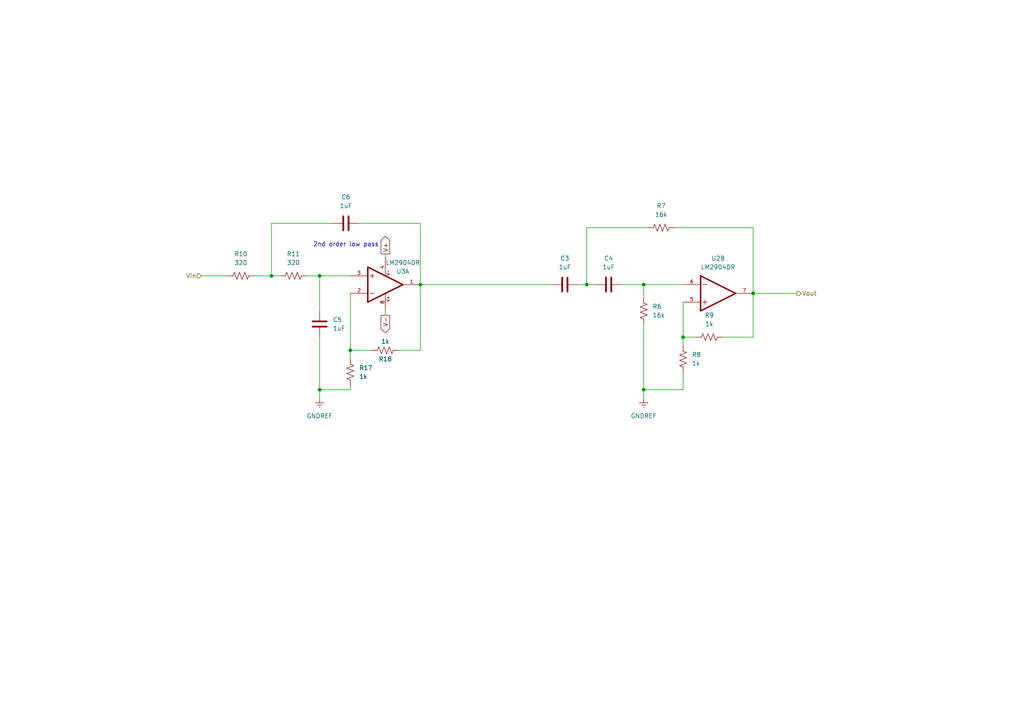
<source format=kicad_sch>
(kicad_sch (version 20230121) (generator eeschema)

  (uuid 35413330-118a-4540-bedd-090a3b3d410d)

  (paper "A4")

  (lib_symbols
    (symbol "Device:C" (pin_numbers hide) (pin_names (offset 0.254)) (in_bom yes) (on_board yes)
      (property "Reference" "C" (at 0.635 2.54 0)
        (effects (font (size 1.27 1.27)) (justify left))
      )
      (property "Value" "C" (at 0.635 -2.54 0)
        (effects (font (size 1.27 1.27)) (justify left))
      )
      (property "Footprint" "" (at 0.9652 -3.81 0)
        (effects (font (size 1.27 1.27)) hide)
      )
      (property "Datasheet" "~" (at 0 0 0)
        (effects (font (size 1.27 1.27)) hide)
      )
      (property "ki_keywords" "cap capacitor" (at 0 0 0)
        (effects (font (size 1.27 1.27)) hide)
      )
      (property "ki_description" "Unpolarized capacitor" (at 0 0 0)
        (effects (font (size 1.27 1.27)) hide)
      )
      (property "ki_fp_filters" "C_*" (at 0 0 0)
        (effects (font (size 1.27 1.27)) hide)
      )
      (symbol "C_0_1"
        (polyline
          (pts
            (xy -2.032 -0.762)
            (xy 2.032 -0.762)
          )
          (stroke (width 0.508) (type default))
          (fill (type none))
        )
        (polyline
          (pts
            (xy -2.032 0.762)
            (xy 2.032 0.762)
          )
          (stroke (width 0.508) (type default))
          (fill (type none))
        )
      )
      (symbol "C_1_1"
        (pin passive line (at 0 3.81 270) (length 2.794)
          (name "~" (effects (font (size 1.27 1.27))))
          (number "1" (effects (font (size 1.27 1.27))))
        )
        (pin passive line (at 0 -3.81 90) (length 2.794)
          (name "~" (effects (font (size 1.27 1.27))))
          (number "2" (effects (font (size 1.27 1.27))))
        )
      )
    )
    (symbol "Device:R_US" (pin_numbers hide) (pin_names (offset 0)) (in_bom yes) (on_board yes)
      (property "Reference" "R" (at 2.54 0 90)
        (effects (font (size 1.27 1.27)))
      )
      (property "Value" "R_US" (at -2.54 0 90)
        (effects (font (size 1.27 1.27)))
      )
      (property "Footprint" "" (at 1.016 -0.254 90)
        (effects (font (size 1.27 1.27)) hide)
      )
      (property "Datasheet" "~" (at 0 0 0)
        (effects (font (size 1.27 1.27)) hide)
      )
      (property "ki_keywords" "R res resistor" (at 0 0 0)
        (effects (font (size 1.27 1.27)) hide)
      )
      (property "ki_description" "Resistor, US symbol" (at 0 0 0)
        (effects (font (size 1.27 1.27)) hide)
      )
      (property "ki_fp_filters" "R_*" (at 0 0 0)
        (effects (font (size 1.27 1.27)) hide)
      )
      (symbol "R_US_0_1"
        (polyline
          (pts
            (xy 0 -2.286)
            (xy 0 -2.54)
          )
          (stroke (width 0) (type default))
          (fill (type none))
        )
        (polyline
          (pts
            (xy 0 2.286)
            (xy 0 2.54)
          )
          (stroke (width 0) (type default))
          (fill (type none))
        )
        (polyline
          (pts
            (xy 0 -0.762)
            (xy 1.016 -1.143)
            (xy 0 -1.524)
            (xy -1.016 -1.905)
            (xy 0 -2.286)
          )
          (stroke (width 0) (type default))
          (fill (type none))
        )
        (polyline
          (pts
            (xy 0 0.762)
            (xy 1.016 0.381)
            (xy 0 0)
            (xy -1.016 -0.381)
            (xy 0 -0.762)
          )
          (stroke (width 0) (type default))
          (fill (type none))
        )
        (polyline
          (pts
            (xy 0 2.286)
            (xy 1.016 1.905)
            (xy 0 1.524)
            (xy -1.016 1.143)
            (xy 0 0.762)
          )
          (stroke (width 0) (type default))
          (fill (type none))
        )
      )
      (symbol "R_US_1_1"
        (pin passive line (at 0 3.81 270) (length 1.27)
          (name "~" (effects (font (size 1.27 1.27))))
          (number "1" (effects (font (size 1.27 1.27))))
        )
        (pin passive line (at 0 -3.81 90) (length 1.27)
          (name "~" (effects (font (size 1.27 1.27))))
          (number "2" (effects (font (size 1.27 1.27))))
        )
      )
    )
    (symbol "Digikey2:LM2904DR" (pin_names (offset 1.016)) (in_bom yes) (on_board yes)
      (property "Reference" "U" (at 2.54 3.175 0)
        (effects (font (size 1.27 1.27)) (justify left bottom))
      )
      (property "Value" "LM2904DR" (at 2.54 -5.08 0)
        (effects (font (size 1.27 1.27)) (justify left bottom))
      )
      (property "Footprint" "LM2904DR:SOIC127P599X175-8N" (at 0 0 0)
        (effects (font (size 1.27 1.27)) (justify bottom) hide)
      )
      (property "Datasheet" "" (at 0 0 0)
        (effects (font (size 1.27 1.27)) hide)
      )
      (property "PARTREV" "U" (at 0 0 0)
        (effects (font (size 1.27 1.27)) (justify bottom) hide)
      )
      (property "STANDARD" "IPC-7351B" (at 0 0 0)
        (effects (font (size 1.27 1.27)) (justify bottom) hide)
      )
      (property "MAXIMUM_PACKAGE_HEIGHT" "1.75mm" (at 0 0 0)
        (effects (font (size 1.27 1.27)) (justify bottom) hide)
      )
      (property "MANUFACTURER" "Texas Instruments" (at 0 0 0)
        (effects (font (size 1.27 1.27)) (justify bottom) hide)
      )
      (symbol "LM2904DR_1_0"
        (polyline
          (pts
            (xy -5.08 -5.08)
            (xy 5.08 0)
          )
          (stroke (width 0.4064) (type default))
          (fill (type none))
        )
        (polyline
          (pts
            (xy -5.08 5.08)
            (xy -5.08 -5.08)
          )
          (stroke (width 0.4064) (type default))
          (fill (type none))
        )
        (polyline
          (pts
            (xy -4.445 -2.54)
            (xy -3.175 -2.54)
          )
          (stroke (width 0.1524) (type default))
          (fill (type none))
        )
        (polyline
          (pts
            (xy -4.445 2.54)
            (xy -3.175 2.54)
          )
          (stroke (width 0.1524) (type default))
          (fill (type none))
        )
        (polyline
          (pts
            (xy -3.81 -1.905)
            (xy -3.81 -3.175)
          )
          (stroke (width 0.1524) (type default))
          (fill (type none))
        )
        (polyline
          (pts
            (xy 5.08 0)
            (xy -5.08 5.08)
          )
          (stroke (width 0.4064) (type default))
          (fill (type none))
        )
        (text "V+" (at 1.27 3.175 900)
          (effects (font (size 0.8128 0.8128)) (justify left bottom))
        )
        (text "V-" (at 1.27 -4.445 900)
          (effects (font (size 0.8128 0.8128)) (justify left bottom))
        )
        (pin output line (at 10.16 0 180) (length 5.08)
          (name "~" (effects (font (size 1.016 1.016))))
          (number "1" (effects (font (size 1.016 1.016))))
        )
        (pin input line (at -10.16 2.54 0) (length 5.08)
          (name "~" (effects (font (size 1.016 1.016))))
          (number "2" (effects (font (size 1.016 1.016))))
        )
        (pin input line (at -10.16 -2.54 0) (length 5.08)
          (name "~" (effects (font (size 1.016 1.016))))
          (number "3" (effects (font (size 1.016 1.016))))
        )
        (pin power_in line (at 0 -7.62 90) (length 5.08)
          (name "~" (effects (font (size 1.016 1.016))))
          (number "4" (effects (font (size 1.016 1.016))))
        )
        (pin power_in line (at 0 7.62 270) (length 5.08)
          (name "~" (effects (font (size 1.016 1.016))))
          (number "8" (effects (font (size 1.016 1.016))))
        )
      )
      (symbol "LM2904DR_2_0"
        (polyline
          (pts
            (xy -5.08 -5.08)
            (xy 5.08 0)
          )
          (stroke (width 0.4064) (type default))
          (fill (type none))
        )
        (polyline
          (pts
            (xy -5.08 5.08)
            (xy -5.08 -5.08)
          )
          (stroke (width 0.4064) (type default))
          (fill (type none))
        )
        (polyline
          (pts
            (xy -4.445 -2.54)
            (xy -3.175 -2.54)
          )
          (stroke (width 0.1524) (type default))
          (fill (type none))
        )
        (polyline
          (pts
            (xy -4.445 2.54)
            (xy -3.175 2.54)
          )
          (stroke (width 0.1524) (type default))
          (fill (type none))
        )
        (polyline
          (pts
            (xy -3.81 -1.905)
            (xy -3.81 -3.175)
          )
          (stroke (width 0.1524) (type default))
          (fill (type none))
        )
        (polyline
          (pts
            (xy 5.08 0)
            (xy -5.08 5.08)
          )
          (stroke (width 0.4064) (type default))
          (fill (type none))
        )
        (pin input line (at -10.16 -2.54 0) (length 5.08)
          (name "~" (effects (font (size 1.016 1.016))))
          (number "5" (effects (font (size 1.016 1.016))))
        )
        (pin input line (at -10.16 2.54 0) (length 5.08)
          (name "~" (effects (font (size 1.016 1.016))))
          (number "6" (effects (font (size 1.016 1.016))))
        )
        (pin output line (at 10.16 0 180) (length 5.08)
          (name "~" (effects (font (size 1.016 1.016))))
          (number "7" (effects (font (size 1.016 1.016))))
        )
      )
    )
    (symbol "power:GNDREF" (power) (pin_names (offset 0)) (in_bom yes) (on_board yes)
      (property "Reference" "#PWR" (at 0 -6.35 0)
        (effects (font (size 1.27 1.27)) hide)
      )
      (property "Value" "GNDREF" (at 0 -3.81 0)
        (effects (font (size 1.27 1.27)))
      )
      (property "Footprint" "" (at 0 0 0)
        (effects (font (size 1.27 1.27)) hide)
      )
      (property "Datasheet" "" (at 0 0 0)
        (effects (font (size 1.27 1.27)) hide)
      )
      (property "ki_keywords" "global power" (at 0 0 0)
        (effects (font (size 1.27 1.27)) hide)
      )
      (property "ki_description" "Power symbol creates a global label with name \"GNDREF\" , reference supply ground" (at 0 0 0)
        (effects (font (size 1.27 1.27)) hide)
      )
      (symbol "GNDREF_0_1"
        (polyline
          (pts
            (xy -0.635 -1.905)
            (xy 0.635 -1.905)
          )
          (stroke (width 0) (type default))
          (fill (type none))
        )
        (polyline
          (pts
            (xy -0.127 -2.54)
            (xy 0.127 -2.54)
          )
          (stroke (width 0) (type default))
          (fill (type none))
        )
        (polyline
          (pts
            (xy 0 -1.27)
            (xy 0 0)
          )
          (stroke (width 0) (type default))
          (fill (type none))
        )
        (polyline
          (pts
            (xy 1.27 -1.27)
            (xy -1.27 -1.27)
          )
          (stroke (width 0) (type default))
          (fill (type none))
        )
      )
      (symbol "GNDREF_1_1"
        (pin power_in line (at 0 0 270) (length 0) hide
          (name "GNDREF" (effects (font (size 1.27 1.27))))
          (number "1" (effects (font (size 1.27 1.27))))
        )
      )
    )
  )

  (junction (at 101.6 101.6) (diameter 0) (color 0 0 0 0)
    (uuid 086b7357-92a8-4051-af5d-7ce3bd21e8a6)
  )
  (junction (at 218.44 85.09) (diameter 0) (color 0 0 0 0)
    (uuid 444b8de8-1a6c-4dd2-b18f-6db63cb46143)
  )
  (junction (at 121.92 82.55) (diameter 0) (color 0 0 0 0)
    (uuid 535fea27-09ba-4b84-8fd3-c701b8f0a856)
  )
  (junction (at 78.74 80.01) (diameter 0) (color 0 0 0 0)
    (uuid 5e70cc78-f7ea-41d2-9d4f-d9ae173a5a6f)
  )
  (junction (at 198.12 97.79) (diameter 0) (color 0 0 0 0)
    (uuid 71b91fd2-65d0-4306-b547-8a5272d003d8)
  )
  (junction (at 92.71 113.03) (diameter 0) (color 0 0 0 0)
    (uuid 79d38607-d9de-48d4-a699-1ec3289551db)
  )
  (junction (at 186.69 113.03) (diameter 0) (color 0 0 0 0)
    (uuid 95963f47-e24f-42c2-ba19-a20c4f820a2e)
  )
  (junction (at 170.18 82.55) (diameter 0) (color 0 0 0 0)
    (uuid 9dca07bf-bb6f-4ca4-9d37-66ba11c52ba2)
  )
  (junction (at 186.69 82.55) (diameter 0) (color 0 0 0 0)
    (uuid a5cfc08a-da75-4350-a818-4bc75dbe42b8)
  )
  (junction (at 92.71 80.01) (diameter 0) (color 0 0 0 0)
    (uuid cfce590d-22d1-4050-beed-9b93b59fc68e)
  )

  (wire (pts (xy 121.92 82.55) (xy 160.02 82.55))
    (stroke (width 0) (type default))
    (uuid 061872d9-45e5-462e-a953-90f9bebbfcbc)
  )
  (wire (pts (xy 218.44 66.04) (xy 218.44 85.09))
    (stroke (width 0) (type default))
    (uuid 074a7dd7-0c7e-43ff-8fc4-1a71e1695cc7)
  )
  (wire (pts (xy 101.6 101.6) (xy 101.6 104.14))
    (stroke (width 0) (type default))
    (uuid 07f55e12-510e-4ab3-9310-594b8a271aa1)
  )
  (wire (pts (xy 92.71 80.01) (xy 101.6 80.01))
    (stroke (width 0) (type default))
    (uuid 0915799e-18af-4ee7-b358-52743f47e17c)
  )
  (wire (pts (xy 218.44 97.79) (xy 209.55 97.79))
    (stroke (width 0) (type default))
    (uuid 092cbb65-8c2c-46bf-9364-882f943291aa)
  )
  (wire (pts (xy 111.76 73.66) (xy 111.76 74.93))
    (stroke (width 0) (type default))
    (uuid 09b1f52d-8d2e-428a-8d32-ffe9c0027904)
  )
  (wire (pts (xy 170.18 82.55) (xy 170.18 66.04))
    (stroke (width 0) (type default))
    (uuid 2046d7a7-6e8d-4566-ab5f-90f74e2b007a)
  )
  (wire (pts (xy 121.92 101.6) (xy 121.92 82.55))
    (stroke (width 0) (type default))
    (uuid 2636950f-cb10-4786-8a14-64e997372f76)
  )
  (wire (pts (xy 186.69 93.98) (xy 186.69 113.03))
    (stroke (width 0) (type default))
    (uuid 2be19506-78ae-48c3-9551-4620a10f5b47)
  )
  (wire (pts (xy 170.18 82.55) (xy 172.72 82.55))
    (stroke (width 0) (type default))
    (uuid 342d8529-4abd-4b8d-b6be-136927d822c3)
  )
  (wire (pts (xy 92.71 80.01) (xy 92.71 90.17))
    (stroke (width 0) (type default))
    (uuid 3562fb2c-8351-4652-991e-44660149a6be)
  )
  (wire (pts (xy 73.66 80.01) (xy 78.74 80.01))
    (stroke (width 0) (type default))
    (uuid 3a07697b-e036-4a79-abf8-d97223486f48)
  )
  (wire (pts (xy 186.69 82.55) (xy 198.12 82.55))
    (stroke (width 0) (type default))
    (uuid 3f2d38a5-20ad-4874-8f1a-95d4ec03e5d9)
  )
  (wire (pts (xy 78.74 80.01) (xy 81.28 80.01))
    (stroke (width 0) (type default))
    (uuid 40c3244d-17f6-4717-a8e6-e6f9cf67a37f)
  )
  (wire (pts (xy 218.44 85.09) (xy 218.44 97.79))
    (stroke (width 0) (type default))
    (uuid 4482f4c4-05fb-40eb-8126-0c1d0686d383)
  )
  (wire (pts (xy 218.44 85.09) (xy 231.14 85.09))
    (stroke (width 0) (type default))
    (uuid 4ae32c60-daa4-499f-85e9-d8fe97f3f548)
  )
  (wire (pts (xy 101.6 101.6) (xy 107.95 101.6))
    (stroke (width 0) (type default))
    (uuid 4cf585b2-eb42-49ee-9a4b-7303415aa4b7)
  )
  (wire (pts (xy 198.12 97.79) (xy 198.12 100.33))
    (stroke (width 0) (type default))
    (uuid 4e0481e5-4270-474a-b8a0-f9b8a195ac47)
  )
  (wire (pts (xy 186.69 115.57) (xy 186.69 113.03))
    (stroke (width 0) (type default))
    (uuid 51c37e91-ca44-4f26-acdf-ce0587689a9a)
  )
  (wire (pts (xy 88.9 80.01) (xy 92.71 80.01))
    (stroke (width 0) (type default))
    (uuid 5303368c-a4b3-4a18-9951-f371b5a6ce48)
  )
  (wire (pts (xy 121.92 64.77) (xy 121.92 82.55))
    (stroke (width 0) (type default))
    (uuid 636ef7be-16db-4958-9109-1fe2d305487b)
  )
  (wire (pts (xy 198.12 87.63) (xy 198.12 97.79))
    (stroke (width 0) (type default))
    (uuid 6e96a4b8-cbec-41a3-af9f-5642fc715957)
  )
  (wire (pts (xy 167.64 82.55) (xy 170.18 82.55))
    (stroke (width 0) (type default))
    (uuid 803875fa-fb8b-4afb-a44e-bde8779c9206)
  )
  (wire (pts (xy 92.71 113.03) (xy 92.71 115.57))
    (stroke (width 0) (type default))
    (uuid 9a6afda3-4dc7-4786-90a5-2d20c0d223ab)
  )
  (wire (pts (xy 92.71 113.03) (xy 92.71 97.79))
    (stroke (width 0) (type default))
    (uuid a29db8e0-c081-417d-959d-b1a417334811)
  )
  (wire (pts (xy 58.42 80.01) (xy 66.04 80.01))
    (stroke (width 0) (type default))
    (uuid a34fbffe-f93e-4c3d-88a1-a461727f4b8e)
  )
  (wire (pts (xy 101.6 85.09) (xy 101.6 101.6))
    (stroke (width 0) (type default))
    (uuid a52aa32e-ce4a-40d5-813c-72190edc2ac0)
  )
  (wire (pts (xy 101.6 113.03) (xy 101.6 111.76))
    (stroke (width 0) (type default))
    (uuid a77e7284-66c1-4c31-ae35-f066996bbce8)
  )
  (wire (pts (xy 170.18 66.04) (xy 187.96 66.04))
    (stroke (width 0) (type default))
    (uuid b16f0550-a153-452f-8b91-d0b82631d7c4)
  )
  (wire (pts (xy 195.58 66.04) (xy 218.44 66.04))
    (stroke (width 0) (type default))
    (uuid b8c75fd6-cea6-43af-afcc-66e01f6571e1)
  )
  (wire (pts (xy 198.12 113.03) (xy 186.69 113.03))
    (stroke (width 0) (type default))
    (uuid c48c1f0c-8343-4493-a7db-b6a147ea4584)
  )
  (wire (pts (xy 104.14 64.77) (xy 121.92 64.77))
    (stroke (width 0) (type default))
    (uuid c8fe0fbf-f0b7-4422-afc0-fb7737a24a53)
  )
  (wire (pts (xy 198.12 97.79) (xy 201.93 97.79))
    (stroke (width 0) (type default))
    (uuid cab774c6-2ff0-4f29-8144-128a9e8122c8)
  )
  (wire (pts (xy 111.76 90.17) (xy 111.76 91.44))
    (stroke (width 0) (type default))
    (uuid d9d77171-21e5-4f09-903b-ba38ea210413)
  )
  (wire (pts (xy 180.34 82.55) (xy 186.69 82.55))
    (stroke (width 0) (type default))
    (uuid ebae945d-8147-4a18-9754-43483ab176f2)
  )
  (wire (pts (xy 101.6 113.03) (xy 92.71 113.03))
    (stroke (width 0) (type default))
    (uuid ed308674-a95b-434b-b8da-d2ebd1197868)
  )
  (wire (pts (xy 115.57 101.6) (xy 121.92 101.6))
    (stroke (width 0) (type default))
    (uuid f059a6c6-a519-4635-82ab-975b6595f582)
  )
  (wire (pts (xy 96.52 64.77) (xy 78.74 64.77))
    (stroke (width 0) (type default))
    (uuid fa0df2d3-f603-4654-beec-6369a986f8ad)
  )
  (wire (pts (xy 78.74 64.77) (xy 78.74 80.01))
    (stroke (width 0) (type default))
    (uuid fa436860-e41e-4c99-a5f1-72a0f682494e)
  )
  (wire (pts (xy 186.69 82.55) (xy 186.69 86.36))
    (stroke (width 0) (type default))
    (uuid fc8f2fd3-6897-41b8-908e-b45bd5780ca4)
  )
  (wire (pts (xy 198.12 107.95) (xy 198.12 113.03))
    (stroke (width 0) (type default))
    (uuid ff5c0ca8-8337-4de6-bd09-44d0944b709b)
  )

  (text "2nd order low pass" (at 90.805 71.755 0)
    (effects (font (size 1.27 1.27)) (justify left bottom))
    (uuid 5bdc953f-0a04-4192-ba1e-bbae4be234ec)
  )

  (global_label "V-" (shape output) (at 111.76 91.44 270) (fields_autoplaced)
    (effects (font (size 1.27 1.27)) (justify right))
    (uuid 9220c8eb-4dd2-4b2f-b702-1eea06d8798f)
    (property "Intersheetrefs" "${INTERSHEET_REFS}" (at 111.76 97.0862 90)
      (effects (font (size 1.27 1.27)) (justify right) hide)
    )
  )
  (global_label "V+" (shape output) (at 111.76 73.66 90) (fields_autoplaced)
    (effects (font (size 1.27 1.27)) (justify left))
    (uuid d6c7eb8e-0761-479a-9a53-6fcce5626cce)
    (property "Intersheetrefs" "${INTERSHEET_REFS}" (at 111.76 68.0138 90)
      (effects (font (size 1.27 1.27)) (justify left) hide)
    )
  )

  (hierarchical_label "Vin" (shape input) (at 58.42 80.01 180) (fields_autoplaced)
    (effects (font (size 1.27 1.27)) (justify right))
    (uuid 05617fcf-9df1-47c3-bb5e-1595156b9ed9)
  )
  (hierarchical_label "Vout" (shape output) (at 231.14 85.09 0) (fields_autoplaced)
    (effects (font (size 1.27 1.27)) (justify left))
    (uuid 10b6ea82-da4f-4510-9ced-bdf6c3a4b275)
  )

  (symbol (lib_id "Device:R_US") (at 198.12 104.14 0) (unit 1)
    (in_bom yes) (on_board yes) (dnp no) (fields_autoplaced)
    (uuid 00ad515d-bb49-4bcb-b486-a59ad48be30d)
    (property "Reference" "R8" (at 200.66 102.87 0)
      (effects (font (size 1.27 1.27)) (justify left))
    )
    (property "Value" "1k" (at 200.66 105.41 0)
      (effects (font (size 1.27 1.27)) (justify left))
    )
    (property "Footprint" "" (at 199.136 104.394 90)
      (effects (font (size 1.27 1.27)) hide)
    )
    (property "Datasheet" "~" (at 198.12 104.14 0)
      (effects (font (size 1.27 1.27)) hide)
    )
    (pin "1" (uuid a97f050f-f6e2-4619-a6c1-e1e8f0fefd15))
    (pin "2" (uuid dfa1c8f0-d35b-413f-a635-520c735faa7b))
    (instances
      (project "TR_EMG"
        (path "/c6167f6f-8a8c-40a1-9c06-7f0e8ea44639/79b04bde-485f-4387-8a17-ac0759b4ec88"
          (reference "R8") (unit 1)
        )
      )
    )
  )

  (symbol (lib_id "Digikey2:LM2904DR") (at 111.76 82.55 0) (mirror x) (unit 1)
    (in_bom yes) (on_board yes) (dnp no)
    (uuid 0907a6ec-42d8-4403-895e-a97b242bac2c)
    (property "Reference" "U3" (at 116.84 78.74 0)
      (effects (font (size 1.27 1.27)))
    )
    (property "Value" "LM2904DR" (at 116.84 76.2 0)
      (effects (font (size 1.27 1.27)))
    )
    (property "Footprint" "LM2904DR:SOIC127P599X175-8N" (at 111.76 82.55 0)
      (effects (font (size 1.27 1.27)) (justify bottom) hide)
    )
    (property "Datasheet" "" (at 111.76 82.55 0)
      (effects (font (size 1.27 1.27)) hide)
    )
    (property "PARTREV" "U" (at 111.76 82.55 0)
      (effects (font (size 1.27 1.27)) (justify bottom) hide)
    )
    (property "STANDARD" "IPC-7351B" (at 111.76 82.55 0)
      (effects (font (size 1.27 1.27)) (justify bottom) hide)
    )
    (property "MAXIMUM_PACKAGE_HEIGHT" "1.75mm" (at 111.76 82.55 0)
      (effects (font (size 1.27 1.27)) (justify bottom) hide)
    )
    (property "MANUFACTURER" "Texas Instruments" (at 111.76 82.55 0)
      (effects (font (size 1.27 1.27)) (justify bottom) hide)
    )
    (pin "8" (uuid 85580da2-e7f4-4b03-9666-fb6fe067163b))
    (pin "6" (uuid fd510f6a-0b82-4ce3-9c9d-25f36820b662))
    (pin "1" (uuid 944667db-ac71-4ca0-9148-0e5532a5d7fa))
    (pin "2" (uuid 831ad5f9-7e58-41b7-b5c7-08128855110e))
    (pin "5" (uuid dc3f2a63-659d-4311-b62f-2defabc49d6e))
    (pin "3" (uuid 0e3a601b-82de-45f7-b69a-3498fb3ea605))
    (pin "4" (uuid 3d72b765-11a0-4035-80de-a5907f346b6b))
    (pin "7" (uuid 03a9d691-68f1-4a09-9e10-793f331d25b7))
    (instances
      (project "TR_EMG"
        (path "/c6167f6f-8a8c-40a1-9c06-7f0e8ea44639/79b04bde-485f-4387-8a17-ac0759b4ec88"
          (reference "U3") (unit 1)
        )
      )
    )
  )

  (symbol (lib_id "Device:C") (at 100.33 64.77 90) (unit 1)
    (in_bom yes) (on_board yes) (dnp no) (fields_autoplaced)
    (uuid 0f633d86-63c3-41e5-ab3e-f73f4229919a)
    (property "Reference" "C6" (at 100.33 57.15 90)
      (effects (font (size 1.27 1.27)))
    )
    (property "Value" "1uF" (at 100.33 59.69 90)
      (effects (font (size 1.27 1.27)))
    )
    (property "Footprint" "" (at 104.14 63.8048 0)
      (effects (font (size 1.27 1.27)) hide)
    )
    (property "Datasheet" "~" (at 100.33 64.77 0)
      (effects (font (size 1.27 1.27)) hide)
    )
    (pin "2" (uuid 1bbf95ad-f01e-4101-b1a8-9e35eac43eb7))
    (pin "1" (uuid a49f7bbf-4212-489a-9ed3-67755987aa07))
    (instances
      (project "TR_EMG"
        (path "/c6167f6f-8a8c-40a1-9c06-7f0e8ea44639/79b04bde-485f-4387-8a17-ac0759b4ec88"
          (reference "C6") (unit 1)
        )
      )
    )
  )

  (symbol (lib_id "Device:C") (at 163.83 82.55 90) (unit 1)
    (in_bom yes) (on_board yes) (dnp no) (fields_autoplaced)
    (uuid 13edda8d-aa78-4bf1-98e6-ba73ba3a85fe)
    (property "Reference" "C3" (at 163.83 74.93 90)
      (effects (font (size 1.27 1.27)))
    )
    (property "Value" "1uF" (at 163.83 77.47 90)
      (effects (font (size 1.27 1.27)))
    )
    (property "Footprint" "" (at 167.64 81.5848 0)
      (effects (font (size 1.27 1.27)) hide)
    )
    (property "Datasheet" "~" (at 163.83 82.55 0)
      (effects (font (size 1.27 1.27)) hide)
    )
    (pin "2" (uuid 6f25aa2b-f128-4eee-890d-e73ce0a6b21c))
    (pin "1" (uuid ec4e3620-b961-4995-bcea-32464c6e2812))
    (instances
      (project "TR_EMG"
        (path "/c6167f6f-8a8c-40a1-9c06-7f0e8ea44639/79b04bde-485f-4387-8a17-ac0759b4ec88"
          (reference "C3") (unit 1)
        )
      )
    )
  )

  (symbol (lib_id "Device:R_US") (at 101.6 107.95 0) (unit 1)
    (in_bom yes) (on_board yes) (dnp no) (fields_autoplaced)
    (uuid 25d30e0a-fa25-47ca-9240-af54665cef7e)
    (property "Reference" "R17" (at 104.14 106.68 0)
      (effects (font (size 1.27 1.27)) (justify left))
    )
    (property "Value" "1k" (at 104.14 109.22 0)
      (effects (font (size 1.27 1.27)) (justify left))
    )
    (property "Footprint" "" (at 102.616 108.204 90)
      (effects (font (size 1.27 1.27)) hide)
    )
    (property "Datasheet" "~" (at 101.6 107.95 0)
      (effects (font (size 1.27 1.27)) hide)
    )
    (pin "1" (uuid 12bc93f6-675c-4908-bbf5-f44d77321df8))
    (pin "2" (uuid 79c0cc80-8c13-426a-b912-21207c466a9a))
    (instances
      (project "TR_EMG"
        (path "/c6167f6f-8a8c-40a1-9c06-7f0e8ea44639/79b04bde-485f-4387-8a17-ac0759b4ec88"
          (reference "R17") (unit 1)
        )
      )
    )
  )

  (symbol (lib_id "Device:C") (at 176.53 82.55 90) (unit 1)
    (in_bom yes) (on_board yes) (dnp no) (fields_autoplaced)
    (uuid 25e4aa38-69be-4136-865a-1a7eefeafd14)
    (property "Reference" "C4" (at 176.53 74.93 90)
      (effects (font (size 1.27 1.27)))
    )
    (property "Value" "1uF" (at 176.53 77.47 90)
      (effects (font (size 1.27 1.27)))
    )
    (property "Footprint" "" (at 180.34 81.5848 0)
      (effects (font (size 1.27 1.27)) hide)
    )
    (property "Datasheet" "~" (at 176.53 82.55 0)
      (effects (font (size 1.27 1.27)) hide)
    )
    (pin "2" (uuid 543bee8b-2f5a-4cb6-a0f0-b491f3777475))
    (pin "1" (uuid b713f1e4-b0e8-40f8-9f38-a998f747f554))
    (instances
      (project "TR_EMG"
        (path "/c6167f6f-8a8c-40a1-9c06-7f0e8ea44639/79b04bde-485f-4387-8a17-ac0759b4ec88"
          (reference "C4") (unit 1)
        )
      )
    )
  )

  (symbol (lib_id "Device:R_US") (at 205.74 97.79 90) (unit 1)
    (in_bom yes) (on_board yes) (dnp no) (fields_autoplaced)
    (uuid 2c40c77b-abc3-4af1-a05b-8031b559413f)
    (property "Reference" "R9" (at 205.74 91.44 90)
      (effects (font (size 1.27 1.27)))
    )
    (property "Value" "1k" (at 205.74 93.98 90)
      (effects (font (size 1.27 1.27)))
    )
    (property "Footprint" "" (at 205.994 96.774 90)
      (effects (font (size 1.27 1.27)) hide)
    )
    (property "Datasheet" "~" (at 205.74 97.79 0)
      (effects (font (size 1.27 1.27)) hide)
    )
    (pin "1" (uuid df0d5f22-1f12-4255-8204-7d482f43e5ac))
    (pin "2" (uuid 1434f4d9-3b52-416c-af70-ac8ccfec8e41))
    (instances
      (project "TR_EMG"
        (path "/c6167f6f-8a8c-40a1-9c06-7f0e8ea44639/79b04bde-485f-4387-8a17-ac0759b4ec88"
          (reference "R9") (unit 1)
        )
      )
    )
  )

  (symbol (lib_id "Device:R_US") (at 69.85 80.01 270) (unit 1)
    (in_bom yes) (on_board yes) (dnp no) (fields_autoplaced)
    (uuid 2fe68577-f345-42ec-986e-a8d406e01b41)
    (property "Reference" "R10" (at 69.85 73.66 90)
      (effects (font (size 1.27 1.27)))
    )
    (property "Value" "320" (at 69.85 76.2 90)
      (effects (font (size 1.27 1.27)))
    )
    (property "Footprint" "" (at 69.596 81.026 90)
      (effects (font (size 1.27 1.27)) hide)
    )
    (property "Datasheet" "~" (at 69.85 80.01 0)
      (effects (font (size 1.27 1.27)) hide)
    )
    (pin "2" (uuid 26473721-430f-4e1f-a779-24a424193a65))
    (pin "1" (uuid cc127a59-a8d7-4a24-ba94-7fba95476370))
    (instances
      (project "TR_EMG"
        (path "/c6167f6f-8a8c-40a1-9c06-7f0e8ea44639/79b04bde-485f-4387-8a17-ac0759b4ec88"
          (reference "R10") (unit 1)
        )
      )
    )
  )

  (symbol (lib_id "power:GNDREF") (at 186.69 115.57 0) (unit 1)
    (in_bom yes) (on_board yes) (dnp no) (fields_autoplaced)
    (uuid 3b5da2bb-9d80-41fb-94f5-f11e1237baa4)
    (property "Reference" "#PWR01" (at 186.69 121.92 0)
      (effects (font (size 1.27 1.27)) hide)
    )
    (property "Value" "GNDREF" (at 186.69 120.65 0)
      (effects (font (size 1.27 1.27)))
    )
    (property "Footprint" "" (at 186.69 115.57 0)
      (effects (font (size 1.27 1.27)) hide)
    )
    (property "Datasheet" "" (at 186.69 115.57 0)
      (effects (font (size 1.27 1.27)) hide)
    )
    (pin "1" (uuid 21ce1727-1d71-435c-813c-3ae093df9ecd))
    (instances
      (project "TR_EMG"
        (path "/c6167f6f-8a8c-40a1-9c06-7f0e8ea44639/79b04bde-485f-4387-8a17-ac0759b4ec88"
          (reference "#PWR01") (unit 1)
        )
      )
    )
  )

  (symbol (lib_id "Device:R_US") (at 85.09 80.01 90) (unit 1)
    (in_bom yes) (on_board yes) (dnp no) (fields_autoplaced)
    (uuid 3c2205a8-3068-4a5a-bcab-a128b2b2e2ef)
    (property "Reference" "R11" (at 85.09 73.66 90)
      (effects (font (size 1.27 1.27)))
    )
    (property "Value" "320" (at 85.09 76.2 90)
      (effects (font (size 1.27 1.27)))
    )
    (property "Footprint" "" (at 85.344 78.994 90)
      (effects (font (size 1.27 1.27)) hide)
    )
    (property "Datasheet" "~" (at 85.09 80.01 0)
      (effects (font (size 1.27 1.27)) hide)
    )
    (pin "1" (uuid a3d3495a-2d8a-4fe2-b036-e901bb46be54))
    (pin "2" (uuid 2b7cd283-6401-4e48-b2ca-d182b208e0f2))
    (instances
      (project "TR_EMG"
        (path "/c6167f6f-8a8c-40a1-9c06-7f0e8ea44639/79b04bde-485f-4387-8a17-ac0759b4ec88"
          (reference "R11") (unit 1)
        )
      )
    )
  )

  (symbol (lib_id "Device:R_US") (at 186.69 90.17 0) (unit 1)
    (in_bom yes) (on_board yes) (dnp no) (fields_autoplaced)
    (uuid 6d6152e9-1184-427f-9e58-ae92f7adc57a)
    (property "Reference" "R6" (at 189.23 88.9 0)
      (effects (font (size 1.27 1.27)) (justify left))
    )
    (property "Value" "16k" (at 189.23 91.44 0)
      (effects (font (size 1.27 1.27)) (justify left))
    )
    (property "Footprint" "" (at 187.706 90.424 90)
      (effects (font (size 1.27 1.27)) hide)
    )
    (property "Datasheet" "~" (at 186.69 90.17 0)
      (effects (font (size 1.27 1.27)) hide)
    )
    (pin "1" (uuid 00b605b8-1aaf-47e2-8241-dfa6c3df662c))
    (pin "2" (uuid d1748d3a-30ab-4b89-a334-23db48a1d977))
    (instances
      (project "TR_EMG"
        (path "/c6167f6f-8a8c-40a1-9c06-7f0e8ea44639/79b04bde-485f-4387-8a17-ac0759b4ec88"
          (reference "R6") (unit 1)
        )
      )
    )
  )

  (symbol (lib_id "Device:R_US") (at 111.76 101.6 90) (unit 1)
    (in_bom yes) (on_board yes) (dnp no)
    (uuid 7ac086c6-9798-4ecb-9943-318a8f1cc60c)
    (property "Reference" "R18" (at 111.76 104.14 90)
      (effects (font (size 1.27 1.27)))
    )
    (property "Value" "1k" (at 111.76 99.06 90)
      (effects (font (size 1.27 1.27)))
    )
    (property "Footprint" "" (at 112.014 100.584 90)
      (effects (font (size 1.27 1.27)) hide)
    )
    (property "Datasheet" "~" (at 111.76 101.6 0)
      (effects (font (size 1.27 1.27)) hide)
    )
    (pin "1" (uuid 3218b35a-6347-4531-afb8-7f60e2267f82))
    (pin "2" (uuid 97d4cdc1-3750-4391-87fd-bd68da23859c))
    (instances
      (project "TR_EMG"
        (path "/c6167f6f-8a8c-40a1-9c06-7f0e8ea44639/79b04bde-485f-4387-8a17-ac0759b4ec88"
          (reference "R18") (unit 1)
        )
      )
    )
  )

  (symbol (lib_id "Digikey2:LM2904DR") (at 208.28 85.09 0) (unit 2)
    (in_bom yes) (on_board yes) (dnp no) (fields_autoplaced)
    (uuid 86e6a5b8-66f9-4733-b759-b432057bb851)
    (property "Reference" "U2" (at 208.28 74.93 0)
      (effects (font (size 1.27 1.27)))
    )
    (property "Value" "LM2904DR" (at 208.28 77.47 0)
      (effects (font (size 1.27 1.27)))
    )
    (property "Footprint" "LM2904DR:SOIC127P599X175-8N" (at 208.28 85.09 0)
      (effects (font (size 1.27 1.27)) (justify bottom) hide)
    )
    (property "Datasheet" "" (at 208.28 85.09 0)
      (effects (font (size 1.27 1.27)) hide)
    )
    (property "PARTREV" "U" (at 208.28 85.09 0)
      (effects (font (size 1.27 1.27)) (justify bottom) hide)
    )
    (property "STANDARD" "IPC-7351B" (at 208.28 85.09 0)
      (effects (font (size 1.27 1.27)) (justify bottom) hide)
    )
    (property "MAXIMUM_PACKAGE_HEIGHT" "1.75mm" (at 208.28 85.09 0)
      (effects (font (size 1.27 1.27)) (justify bottom) hide)
    )
    (property "MANUFACTURER" "Texas Instruments" (at 208.28 85.09 0)
      (effects (font (size 1.27 1.27)) (justify bottom) hide)
    )
    (pin "8" (uuid c57447e1-b9f3-456d-bf60-d427f663e004))
    (pin "6" (uuid eaf1a2ba-9e10-4bd6-a023-7cc5cc9c92ae))
    (pin "1" (uuid 7672fe25-ecf4-42a1-821c-4c038c900621))
    (pin "2" (uuid 79d370fa-b87f-4480-a85a-d7c072247961))
    (pin "5" (uuid 16b968dd-c647-4e5a-9dc2-b538a747e531))
    (pin "3" (uuid c79f96e7-1ad7-46ed-965f-26c6f2f841aa))
    (pin "4" (uuid 86fc6e0a-8214-4c64-8dcb-f49e530b32b6))
    (pin "7" (uuid 8e582312-8d09-4290-bd05-5128b4842383))
    (instances
      (project "TR_EMG"
        (path "/c6167f6f-8a8c-40a1-9c06-7f0e8ea44639/79b04bde-485f-4387-8a17-ac0759b4ec88"
          (reference "U2") (unit 2)
        )
      )
    )
  )

  (symbol (lib_id "Device:R_US") (at 191.77 66.04 90) (unit 1)
    (in_bom yes) (on_board yes) (dnp no) (fields_autoplaced)
    (uuid db2a751d-5436-4384-b0fd-3eceb73a3af5)
    (property "Reference" "R7" (at 191.77 59.69 90)
      (effects (font (size 1.27 1.27)))
    )
    (property "Value" "16k" (at 191.77 62.23 90)
      (effects (font (size 1.27 1.27)))
    )
    (property "Footprint" "" (at 192.024 65.024 90)
      (effects (font (size 1.27 1.27)) hide)
    )
    (property "Datasheet" "~" (at 191.77 66.04 0)
      (effects (font (size 1.27 1.27)) hide)
    )
    (pin "1" (uuid c69e1fa1-5b37-4707-9465-8e008d3dbb7c))
    (pin "2" (uuid fe9d3a43-760f-46f1-bbd7-9c7e1b475186))
    (instances
      (project "TR_EMG"
        (path "/c6167f6f-8a8c-40a1-9c06-7f0e8ea44639/79b04bde-485f-4387-8a17-ac0759b4ec88"
          (reference "R7") (unit 1)
        )
      )
    )
  )

  (symbol (lib_id "Device:C") (at 92.71 93.98 0) (unit 1)
    (in_bom yes) (on_board yes) (dnp no) (fields_autoplaced)
    (uuid e7fc2336-665c-4ca3-8593-5410eb9e8295)
    (property "Reference" "C5" (at 96.52 92.71 0)
      (effects (font (size 1.27 1.27)) (justify left))
    )
    (property "Value" "1uF" (at 96.52 95.25 0)
      (effects (font (size 1.27 1.27)) (justify left))
    )
    (property "Footprint" "" (at 93.6752 97.79 0)
      (effects (font (size 1.27 1.27)) hide)
    )
    (property "Datasheet" "~" (at 92.71 93.98 0)
      (effects (font (size 1.27 1.27)) hide)
    )
    (pin "1" (uuid e5357627-8581-483d-ae87-37916868021a))
    (pin "2" (uuid d4ab2f5c-10f5-44d2-9e6b-5f125f02f824))
    (instances
      (project "TR_EMG"
        (path "/c6167f6f-8a8c-40a1-9c06-7f0e8ea44639/79b04bde-485f-4387-8a17-ac0759b4ec88"
          (reference "C5") (unit 1)
        )
      )
    )
  )

  (symbol (lib_id "power:GNDREF") (at 92.71 115.57 0) (unit 1)
    (in_bom yes) (on_board yes) (dnp no) (fields_autoplaced)
    (uuid f24b6e09-3ae9-4328-a248-96ac45e5b53e)
    (property "Reference" "#PWR05" (at 92.71 121.92 0)
      (effects (font (size 1.27 1.27)) hide)
    )
    (property "Value" "GNDREF" (at 92.71 120.65 0)
      (effects (font (size 1.27 1.27)))
    )
    (property "Footprint" "" (at 92.71 115.57 0)
      (effects (font (size 1.27 1.27)) hide)
    )
    (property "Datasheet" "" (at 92.71 115.57 0)
      (effects (font (size 1.27 1.27)) hide)
    )
    (pin "1" (uuid 541c3d8d-64cd-4eff-9a16-d4fa79134eeb))
    (instances
      (project "TR_EMG"
        (path "/c6167f6f-8a8c-40a1-9c06-7f0e8ea44639/79b04bde-485f-4387-8a17-ac0759b4ec88"
          (reference "#PWR05") (unit 1)
        )
      )
    )
  )
)

</source>
